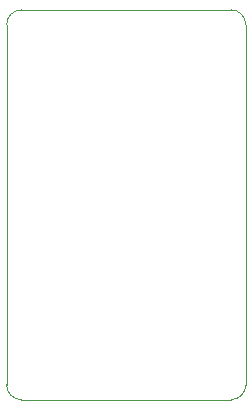
<source format=gbr>
G04 #@! TF.GenerationSoftware,KiCad,Pcbnew,5.99.0-unknown-ad88874~101~ubuntu20.04.1*
G04 #@! TF.CreationDate,2020-05-19T21:28:09-04:00*
G04 #@! TF.ProjectId,L298,4c323938-2e6b-4696-9361-645f70636258,rev?*
G04 #@! TF.SameCoordinates,Original*
G04 #@! TF.FileFunction,Profile,NP*
%FSLAX46Y46*%
G04 Gerber Fmt 4.6, Leading zero omitted, Abs format (unit mm)*
G04 Created by KiCad (PCBNEW 5.99.0-unknown-ad88874~101~ubuntu20.04.1) date 2020-05-19 21:28:09*
%MOMM*%
%LPD*%
G01*
G04 APERTURE LIST*
G04 #@! TA.AperFunction,Profile*
%ADD10C,0.100000*%
G04 #@! TD*
G04 APERTURE END LIST*
D10*
X120000000Y-131750000D02*
G75*
G02*
X118750000Y-133000000I-1250000J0D01*
G01*
X101000000Y-133000000D02*
G75*
G02*
X99750000Y-131750000I0J1250000D01*
G01*
X99750000Y-101250000D02*
G75*
G02*
X101000000Y-100000000I1250000J0D01*
G01*
X118750000Y-100000000D02*
G75*
G02*
X120000000Y-101250000I0J-1250000D01*
G01*
X118750000Y-133000000D02*
X101000000Y-133000000D01*
X120000000Y-101250000D02*
X120000000Y-131750000D01*
X101000000Y-100000000D02*
X118750000Y-100000000D01*
X99750000Y-101250000D02*
X99750000Y-131750000D01*
M02*

</source>
